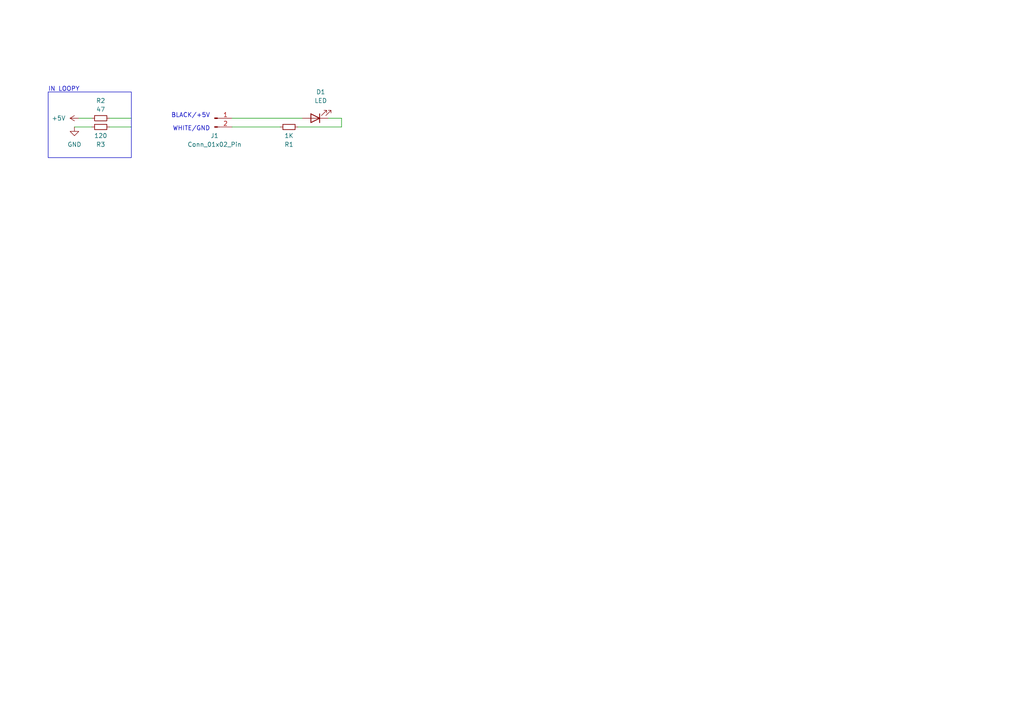
<source format=kicad_sch>
(kicad_sch (version 20230121) (generator eeschema)
  (paper "A4")
  (lib_symbols
    (symbol "Connector:Conn_01x02_Pin" (pin_names (offset 1.016) hide)
      (property "Reference" "J" (at 0 2.54 0))
      (property "Value" "Conn_01x02_Pin" (at 0 -5.08 0))
      (symbol "Conn_01x02_Pin_1_1"
        (polyline (pts (xy 1.27 -2.54) (xy 0.8636 -2.54)) (stroke (width 0.1524)))
        (polyline (pts (xy 1.27 0) (xy 0.8636 0)) (stroke (width 0.1524)))
        (rectangle (start 0.8636 -2.413) (end 0 -2.667) (stroke (width 0.1524)) (fill (type outline)))
        (rectangle (start 0.8636 0.127) (end 0 -0.127) (stroke (width 0.1524)) (fill (type outline)))
        (pin passive line (at 5.08 0 180) (length 3.81) (name "Pin_1") (number "1"))
        (pin passive line (at 5.08 -2.54 180) (length 3.81) (name "Pin_2") (number "2"))
      )
    )
    (symbol "Device:LED" (pin_numbers hide) (pin_names (offset 1.016) hide)
      (property "Reference" "D" (at 0 2.54 0))
      (property "Value" "LED" (at 0 -2.54 0))
      (symbol "LED_0_1"
        (polyline (pts (xy -1.27 -1.27) (xy -1.27 1.27)) (stroke (width 0.254)))
        (polyline (pts (xy -1.27 0) (xy 1.27 0)))
        (polyline (pts (xy 1.27 -1.27) (xy 1.27 1.27) (xy -1.27 0) (xy 1.27 -1.27)) (stroke (width 0.254)))
        (polyline (pts (xy -3.048 -0.762) (xy -4.572 -2.286) (xy -3.81 -2.286) (xy -4.572 -2.286) (xy -4.572 -1.524)))
        (polyline (pts (xy -1.778 -0.762) (xy -3.302 -2.286) (xy -2.54 -2.286) (xy -3.302 -2.286) (xy -3.302 -1.524)))
      )
      (symbol "LED_1_1"
        (pin passive line (at -3.81 0 0) (length 2.54) (name "K") (number "1"))
        (pin passive line (at 3.81 0 180) (length 2.54) (name "A") (number "2"))
      )
    )
    (symbol "Device:R_Small" (pin_numbers hide) (pin_names (offset 0.254) hide)
      (property "Reference" "R" (at 0.762 0.508 0))
      (property "Value" "R_Small" (at 0.762 -1.016 0))
      (symbol "R_Small_0_1"
        (rectangle (start -0.762 1.778) (end 0.762 -1.778) (stroke (width 0.2032)))
      )
      (symbol "R_Small_1_1"
        (pin passive line (at 0 2.54 270) (length 0.762) (name "~") (number "1"))
        (pin passive line (at 0 -2.54 90) (length 0.762) (name "~") (number "2"))
      )
    )
    (symbol "power:+5V" (power) (pin_names (offset 0))
      (property "Value" "+5V" (at 0 3.556 0))
      (symbol "+5V_0_1"
        (polyline (pts (xy -0.762 1.27) (xy 0 2.54)))
        (polyline (pts (xy 0 0) (xy 0 2.54)))
        (polyline (pts (xy 0 2.54) (xy 0.762 1.27)))
      )
      (symbol "+5V_1_1"
        (pin power_in line (at 0 0 90) (length 0) hide (name "+5V") (number "1"))
      )
    )
    (symbol "power:GND" (power) (pin_names (offset 0))
      (property "Value" "GND" (at 0 -3.81 0))
      (symbol "GND_0_1"
        (polyline (pts (xy 0 0) (xy 0 -1.27) (xy 1.27 -1.27) (xy 0 -2.54) (xy -1.27 -1.27) (xy 0 -1.27)))
      )
      (symbol "GND_1_1"
        (pin power_in line (at 0 0 270) (length 0) hide (name "GND") (number "1"))
      )
    )
  )
  (wire (pts (xy 95.25 34.29) (xy 99.06 34.29)))
  (wire (pts (xy 99.06 36.83) (xy 86.36 36.83)))
  (wire (pts (xy 22.86 34.29) (xy 26.67 34.29)))
  (wire (pts (xy 31.75 36.83) (xy 38.1 36.83)))
  (wire (pts (xy 31.75 34.29) (xy 38.1 34.29)))
  (wire (pts (xy 67.31 34.29) (xy 87.63 34.29)))
  (wire (pts (xy 21.59 36.83) (xy 26.67 36.83)))
  (wire (pts (xy 99.06 34.29) (xy 99.06 36.83)))
  (wire (pts (xy 67.31 36.83) (xy 81.28 36.83)))
  (rectangle (start 13.97 26.67) (end 38.1 45.72))
  (text "IN LOOPY" (at 13.97 26.67 0) (effects (font (size 1.27 1.27)) (justify left bottom)))
  (text "WHITE/GND" (at 60.96 38.1 0) (effects (font (size 1.27 1.27)) (justify right bottom)))
  (text "BLACK/+5V\n" (at 60.96 34.29 0) (effects (font (size 1.27 1.27)) (justify right bottom)))
  (symbol (lib_id "power:GND") (at 21.59 36.83 0) (unit 1)
    (property "Reference" "#PWR02" (effects hide))
    (property "Value" "GND" (at 21.59 41.91 0))
  )
  (symbol (lib_id "Device:R_Small") (at 83.82 36.83 90) (unit 1)
    (property "Reference" "R1" (at 83.82 41.91 90))
    (property "Value" "1K" (at 83.82 39.37 90))
    (property "Footprint" "Resistor_THT:R_Axial_DIN0207_L6.3mm_D2.5mm_P10.16mm_Horizontal" (effects hide))
  )
  (symbol (lib_id "Connector:Conn_01x02_Pin") (at 62.23 34.29 0) (unit 1)
    (property "Reference" "J1" (at 62.23 39.37 0))
    (property "Value" "Conn_01x02_Pin" (at 62.23 41.91 0))
    (property "Footprint" "Connector_PinHeader_2.54mm:PinHeader_1x02_P2.54mm_Vertical" (effects hide))
  )
  (symbol (lib_id "power:+5V") (at 22.86 34.29 90) (mirror x) (unit 1)
    (property "Reference" "#PWR01" (effects hide))
    (property "Value" "+5V" (at 19.05 34.29 90) (effects (justify left)))
  )
  (symbol (lib_id "Device:R_Small") (at 29.21 34.29 90) (unit 1) (on_board no)
    (property "Reference" "R2" (at 29.21 29.21 90))
    (property "Value" "47" (at 29.21 31.75 90))
  )
  (symbol (lib_id "Device:LED") (at 91.44 34.29 180) (unit 1)
    (property "Reference" "D1" (at 93.0275 26.67 0))
    (property "Value" "LED" (at 93.0275 29.21 0))
    (property "Footprint" "LED_THT:LED_D5.0mm" (effects hide))
  )
  (symbol (lib_id "Device:R_Small") (at 29.21 36.83 90) (mirror x) (unit 1) (on_board no)
    (property "Reference" "R3" (at 29.21 41.91 90))
    (property "Value" "120" (at 29.21 39.37 90))
  )
)
</source>
